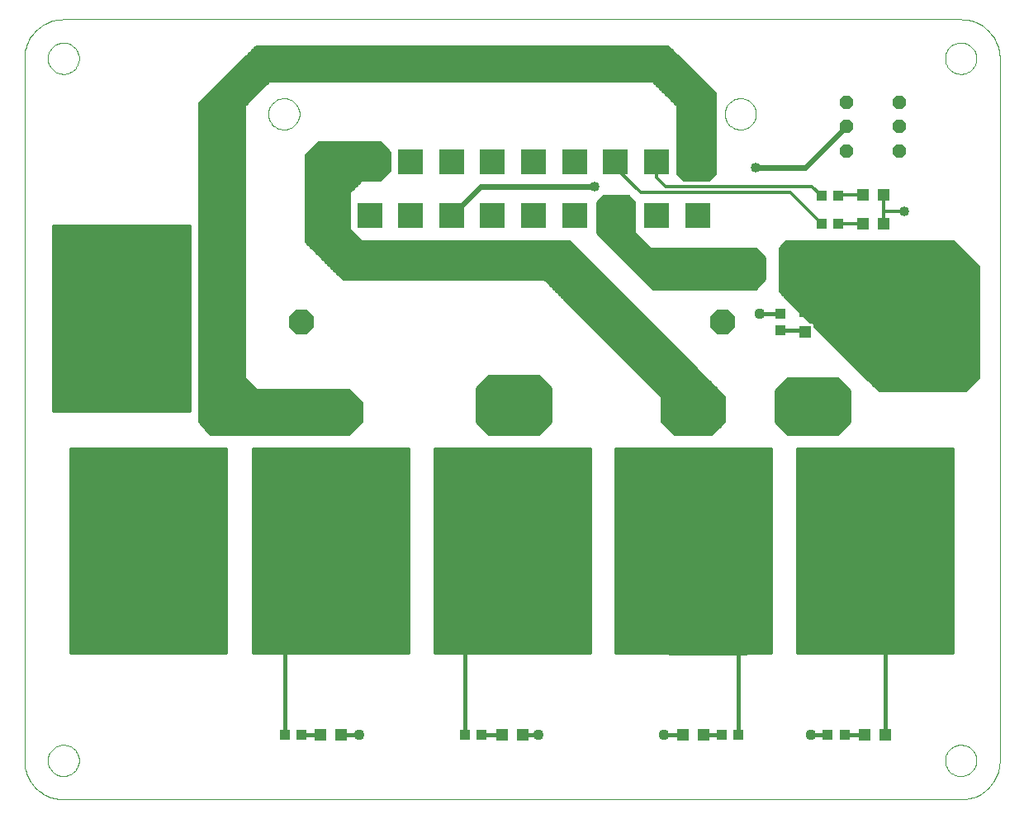
<source format=gtl>
G75*
G70*
%OFA0B0*%
%FSLAX24Y24*%
%IPPOS*%
%LPD*%
%AMOC8*
5,1,8,0,0,1.08239X$1,22.5*
%
%ADD10OC8,0.1000*%
%ADD11R,0.0472X0.0472*%
%ADD12R,0.0394X0.0433*%
%ADD13R,0.0433X0.0394*%
%ADD14R,0.1240X0.0669*%
%ADD15R,0.0669X0.1240*%
%ADD16C,0.3150*%
%ADD17C,0.0000*%
%ADD18R,0.1004X0.1004*%
%ADD19OC8,0.0555*%
%ADD20C,0.0436*%
%ADD21C,0.0400*%
%ADD22C,0.0120*%
%ADD23C,0.0160*%
%ADD24C,0.0100*%
%ADD25C,0.0560*%
%ADD26C,0.0240*%
D10*
X015579Y024099D03*
X032579Y024099D03*
D11*
X035894Y024512D03*
X035894Y023686D03*
X038233Y028036D03*
X039060Y028036D03*
X039060Y029217D03*
X038233Y029217D03*
X038312Y007426D03*
X039138Y007426D03*
X031816Y007426D03*
X030989Y007426D03*
X024493Y007426D03*
X023666Y007426D03*
X017170Y007426D03*
X016343Y007426D03*
D12*
X015591Y007426D03*
X014922Y007426D03*
X022170Y007426D03*
X022839Y007426D03*
X032552Y007426D03*
X033221Y007426D03*
X036826Y007426D03*
X037496Y007426D03*
X037229Y028058D03*
X036560Y028058D03*
X036560Y029183D03*
X037229Y029183D03*
D13*
X034894Y024434D03*
X034894Y023764D03*
D14*
X036257Y020406D03*
X036257Y018343D03*
X031402Y018343D03*
X031402Y020406D03*
X024079Y020406D03*
X024079Y018343D03*
X016757Y018343D03*
X016757Y020406D03*
D15*
X033363Y026308D03*
X035426Y026308D03*
D16*
X040089Y024099D03*
X038725Y013863D03*
X031402Y013863D03*
X024079Y013863D03*
X016757Y013863D03*
X009434Y013863D03*
X008070Y024099D03*
D17*
X005969Y004808D02*
X042190Y004808D01*
X042190Y004807D02*
X042267Y004809D01*
X042344Y004815D01*
X042421Y004824D01*
X042497Y004837D01*
X042573Y004854D01*
X042647Y004875D01*
X042721Y004899D01*
X042793Y004927D01*
X042863Y004958D01*
X042932Y004993D01*
X043000Y005031D01*
X043065Y005072D01*
X043128Y005117D01*
X043189Y005165D01*
X043248Y005215D01*
X043304Y005268D01*
X043357Y005324D01*
X043407Y005383D01*
X043455Y005444D01*
X043500Y005507D01*
X043541Y005572D01*
X043579Y005640D01*
X043614Y005709D01*
X043645Y005779D01*
X043673Y005851D01*
X043697Y005925D01*
X043718Y005999D01*
X043735Y006075D01*
X043748Y006151D01*
X043757Y006228D01*
X043763Y006305D01*
X043765Y006382D01*
X043764Y006382D02*
X043764Y034729D01*
X043765Y034729D02*
X043763Y034806D01*
X043757Y034883D01*
X043748Y034960D01*
X043735Y035036D01*
X043718Y035112D01*
X043697Y035186D01*
X043673Y035260D01*
X043645Y035332D01*
X043614Y035402D01*
X043579Y035471D01*
X043541Y035539D01*
X043500Y035604D01*
X043455Y035667D01*
X043407Y035728D01*
X043357Y035787D01*
X043304Y035843D01*
X043248Y035896D01*
X043189Y035946D01*
X043128Y035994D01*
X043065Y036039D01*
X043000Y036080D01*
X042932Y036118D01*
X042863Y036153D01*
X042793Y036184D01*
X042721Y036212D01*
X042647Y036236D01*
X042573Y036257D01*
X042497Y036274D01*
X042421Y036287D01*
X042344Y036296D01*
X042267Y036302D01*
X042190Y036304D01*
X005969Y036304D01*
X005892Y036302D01*
X005815Y036296D01*
X005738Y036287D01*
X005662Y036274D01*
X005586Y036257D01*
X005512Y036236D01*
X005438Y036212D01*
X005366Y036184D01*
X005296Y036153D01*
X005227Y036118D01*
X005159Y036080D01*
X005094Y036039D01*
X005031Y035994D01*
X004970Y035946D01*
X004911Y035896D01*
X004855Y035843D01*
X004802Y035787D01*
X004752Y035728D01*
X004704Y035667D01*
X004659Y035604D01*
X004618Y035539D01*
X004580Y035471D01*
X004545Y035402D01*
X004514Y035332D01*
X004486Y035260D01*
X004462Y035186D01*
X004441Y035112D01*
X004424Y035036D01*
X004411Y034960D01*
X004402Y034883D01*
X004396Y034806D01*
X004394Y034729D01*
X004394Y006382D01*
X004396Y006305D01*
X004402Y006228D01*
X004411Y006151D01*
X004424Y006075D01*
X004441Y005999D01*
X004462Y005925D01*
X004486Y005851D01*
X004514Y005779D01*
X004545Y005709D01*
X004580Y005640D01*
X004618Y005572D01*
X004659Y005507D01*
X004704Y005444D01*
X004752Y005383D01*
X004802Y005324D01*
X004855Y005268D01*
X004911Y005215D01*
X004970Y005165D01*
X005031Y005117D01*
X005094Y005072D01*
X005159Y005031D01*
X005227Y004993D01*
X005296Y004958D01*
X005366Y004927D01*
X005438Y004899D01*
X005512Y004875D01*
X005586Y004854D01*
X005662Y004837D01*
X005738Y004824D01*
X005815Y004815D01*
X005892Y004809D01*
X005969Y004807D01*
X005339Y006382D02*
X005341Y006432D01*
X005347Y006482D01*
X005357Y006531D01*
X005371Y006579D01*
X005388Y006626D01*
X005409Y006671D01*
X005434Y006715D01*
X005462Y006756D01*
X005494Y006795D01*
X005528Y006832D01*
X005565Y006866D01*
X005605Y006896D01*
X005647Y006923D01*
X005691Y006947D01*
X005737Y006968D01*
X005784Y006984D01*
X005832Y006997D01*
X005882Y007006D01*
X005931Y007011D01*
X005982Y007012D01*
X006032Y007009D01*
X006081Y007002D01*
X006130Y006991D01*
X006178Y006976D01*
X006224Y006958D01*
X006269Y006936D01*
X006312Y006910D01*
X006353Y006881D01*
X006392Y006849D01*
X006428Y006814D01*
X006460Y006776D01*
X006490Y006736D01*
X006517Y006693D01*
X006540Y006649D01*
X006559Y006603D01*
X006575Y006555D01*
X006587Y006506D01*
X006595Y006457D01*
X006599Y006407D01*
X006599Y006357D01*
X006595Y006307D01*
X006587Y006258D01*
X006575Y006209D01*
X006559Y006161D01*
X006540Y006115D01*
X006517Y006071D01*
X006490Y006028D01*
X006460Y005988D01*
X006428Y005950D01*
X006392Y005915D01*
X006353Y005883D01*
X006312Y005854D01*
X006269Y005828D01*
X006224Y005806D01*
X006178Y005788D01*
X006130Y005773D01*
X006081Y005762D01*
X006032Y005755D01*
X005982Y005752D01*
X005931Y005753D01*
X005882Y005758D01*
X005832Y005767D01*
X005784Y005780D01*
X005737Y005796D01*
X005691Y005817D01*
X005647Y005841D01*
X005605Y005868D01*
X005565Y005898D01*
X005528Y005932D01*
X005494Y005969D01*
X005462Y006008D01*
X005434Y006049D01*
X005409Y006093D01*
X005388Y006138D01*
X005371Y006185D01*
X005357Y006233D01*
X005347Y006282D01*
X005341Y006332D01*
X005339Y006382D01*
X014237Y032485D02*
X014239Y032535D01*
X014245Y032585D01*
X014255Y032634D01*
X014269Y032682D01*
X014286Y032729D01*
X014307Y032774D01*
X014332Y032818D01*
X014360Y032859D01*
X014392Y032898D01*
X014426Y032935D01*
X014463Y032969D01*
X014503Y032999D01*
X014545Y033026D01*
X014589Y033050D01*
X014635Y033071D01*
X014682Y033087D01*
X014730Y033100D01*
X014780Y033109D01*
X014829Y033114D01*
X014880Y033115D01*
X014930Y033112D01*
X014979Y033105D01*
X015028Y033094D01*
X015076Y033079D01*
X015122Y033061D01*
X015167Y033039D01*
X015210Y033013D01*
X015251Y032984D01*
X015290Y032952D01*
X015326Y032917D01*
X015358Y032879D01*
X015388Y032839D01*
X015415Y032796D01*
X015438Y032752D01*
X015457Y032706D01*
X015473Y032658D01*
X015485Y032609D01*
X015493Y032560D01*
X015497Y032510D01*
X015497Y032460D01*
X015493Y032410D01*
X015485Y032361D01*
X015473Y032312D01*
X015457Y032264D01*
X015438Y032218D01*
X015415Y032174D01*
X015388Y032131D01*
X015358Y032091D01*
X015326Y032053D01*
X015290Y032018D01*
X015251Y031986D01*
X015210Y031957D01*
X015167Y031931D01*
X015122Y031909D01*
X015076Y031891D01*
X015028Y031876D01*
X014979Y031865D01*
X014930Y031858D01*
X014880Y031855D01*
X014829Y031856D01*
X014780Y031861D01*
X014730Y031870D01*
X014682Y031883D01*
X014635Y031899D01*
X014589Y031920D01*
X014545Y031944D01*
X014503Y031971D01*
X014463Y032001D01*
X014426Y032035D01*
X014392Y032072D01*
X014360Y032111D01*
X014332Y032152D01*
X014307Y032196D01*
X014286Y032241D01*
X014269Y032288D01*
X014255Y032336D01*
X014245Y032385D01*
X014239Y032435D01*
X014237Y032485D01*
X005339Y034729D02*
X005341Y034779D01*
X005347Y034829D01*
X005357Y034878D01*
X005371Y034926D01*
X005388Y034973D01*
X005409Y035018D01*
X005434Y035062D01*
X005462Y035103D01*
X005494Y035142D01*
X005528Y035179D01*
X005565Y035213D01*
X005605Y035243D01*
X005647Y035270D01*
X005691Y035294D01*
X005737Y035315D01*
X005784Y035331D01*
X005832Y035344D01*
X005882Y035353D01*
X005931Y035358D01*
X005982Y035359D01*
X006032Y035356D01*
X006081Y035349D01*
X006130Y035338D01*
X006178Y035323D01*
X006224Y035305D01*
X006269Y035283D01*
X006312Y035257D01*
X006353Y035228D01*
X006392Y035196D01*
X006428Y035161D01*
X006460Y035123D01*
X006490Y035083D01*
X006517Y035040D01*
X006540Y034996D01*
X006559Y034950D01*
X006575Y034902D01*
X006587Y034853D01*
X006595Y034804D01*
X006599Y034754D01*
X006599Y034704D01*
X006595Y034654D01*
X006587Y034605D01*
X006575Y034556D01*
X006559Y034508D01*
X006540Y034462D01*
X006517Y034418D01*
X006490Y034375D01*
X006460Y034335D01*
X006428Y034297D01*
X006392Y034262D01*
X006353Y034230D01*
X006312Y034201D01*
X006269Y034175D01*
X006224Y034153D01*
X006178Y034135D01*
X006130Y034120D01*
X006081Y034109D01*
X006032Y034102D01*
X005982Y034099D01*
X005931Y034100D01*
X005882Y034105D01*
X005832Y034114D01*
X005784Y034127D01*
X005737Y034143D01*
X005691Y034164D01*
X005647Y034188D01*
X005605Y034215D01*
X005565Y034245D01*
X005528Y034279D01*
X005494Y034316D01*
X005462Y034355D01*
X005434Y034396D01*
X005409Y034440D01*
X005388Y034485D01*
X005371Y034532D01*
X005357Y034580D01*
X005347Y034629D01*
X005341Y034679D01*
X005339Y034729D01*
X032662Y032485D02*
X032664Y032535D01*
X032670Y032585D01*
X032680Y032634D01*
X032694Y032682D01*
X032711Y032729D01*
X032732Y032774D01*
X032757Y032818D01*
X032785Y032859D01*
X032817Y032898D01*
X032851Y032935D01*
X032888Y032969D01*
X032928Y032999D01*
X032970Y033026D01*
X033014Y033050D01*
X033060Y033071D01*
X033107Y033087D01*
X033155Y033100D01*
X033205Y033109D01*
X033254Y033114D01*
X033305Y033115D01*
X033355Y033112D01*
X033404Y033105D01*
X033453Y033094D01*
X033501Y033079D01*
X033547Y033061D01*
X033592Y033039D01*
X033635Y033013D01*
X033676Y032984D01*
X033715Y032952D01*
X033751Y032917D01*
X033783Y032879D01*
X033813Y032839D01*
X033840Y032796D01*
X033863Y032752D01*
X033882Y032706D01*
X033898Y032658D01*
X033910Y032609D01*
X033918Y032560D01*
X033922Y032510D01*
X033922Y032460D01*
X033918Y032410D01*
X033910Y032361D01*
X033898Y032312D01*
X033882Y032264D01*
X033863Y032218D01*
X033840Y032174D01*
X033813Y032131D01*
X033783Y032091D01*
X033751Y032053D01*
X033715Y032018D01*
X033676Y031986D01*
X033635Y031957D01*
X033592Y031931D01*
X033547Y031909D01*
X033501Y031891D01*
X033453Y031876D01*
X033404Y031865D01*
X033355Y031858D01*
X033305Y031855D01*
X033254Y031856D01*
X033205Y031861D01*
X033155Y031870D01*
X033107Y031883D01*
X033060Y031899D01*
X033014Y031920D01*
X032970Y031944D01*
X032928Y031971D01*
X032888Y032001D01*
X032851Y032035D01*
X032817Y032072D01*
X032785Y032111D01*
X032757Y032152D01*
X032732Y032196D01*
X032711Y032241D01*
X032694Y032288D01*
X032680Y032336D01*
X032670Y032385D01*
X032664Y032435D01*
X032662Y032485D01*
X041560Y034729D02*
X041562Y034779D01*
X041568Y034829D01*
X041578Y034878D01*
X041592Y034926D01*
X041609Y034973D01*
X041630Y035018D01*
X041655Y035062D01*
X041683Y035103D01*
X041715Y035142D01*
X041749Y035179D01*
X041786Y035213D01*
X041826Y035243D01*
X041868Y035270D01*
X041912Y035294D01*
X041958Y035315D01*
X042005Y035331D01*
X042053Y035344D01*
X042103Y035353D01*
X042152Y035358D01*
X042203Y035359D01*
X042253Y035356D01*
X042302Y035349D01*
X042351Y035338D01*
X042399Y035323D01*
X042445Y035305D01*
X042490Y035283D01*
X042533Y035257D01*
X042574Y035228D01*
X042613Y035196D01*
X042649Y035161D01*
X042681Y035123D01*
X042711Y035083D01*
X042738Y035040D01*
X042761Y034996D01*
X042780Y034950D01*
X042796Y034902D01*
X042808Y034853D01*
X042816Y034804D01*
X042820Y034754D01*
X042820Y034704D01*
X042816Y034654D01*
X042808Y034605D01*
X042796Y034556D01*
X042780Y034508D01*
X042761Y034462D01*
X042738Y034418D01*
X042711Y034375D01*
X042681Y034335D01*
X042649Y034297D01*
X042613Y034262D01*
X042574Y034230D01*
X042533Y034201D01*
X042490Y034175D01*
X042445Y034153D01*
X042399Y034135D01*
X042351Y034120D01*
X042302Y034109D01*
X042253Y034102D01*
X042203Y034099D01*
X042152Y034100D01*
X042103Y034105D01*
X042053Y034114D01*
X042005Y034127D01*
X041958Y034143D01*
X041912Y034164D01*
X041868Y034188D01*
X041826Y034215D01*
X041786Y034245D01*
X041749Y034279D01*
X041715Y034316D01*
X041683Y034355D01*
X041655Y034396D01*
X041630Y034440D01*
X041609Y034485D01*
X041592Y034532D01*
X041578Y034580D01*
X041568Y034629D01*
X041562Y034679D01*
X041560Y034729D01*
X041560Y006382D02*
X041562Y006432D01*
X041568Y006482D01*
X041578Y006531D01*
X041592Y006579D01*
X041609Y006626D01*
X041630Y006671D01*
X041655Y006715D01*
X041683Y006756D01*
X041715Y006795D01*
X041749Y006832D01*
X041786Y006866D01*
X041826Y006896D01*
X041868Y006923D01*
X041912Y006947D01*
X041958Y006968D01*
X042005Y006984D01*
X042053Y006997D01*
X042103Y007006D01*
X042152Y007011D01*
X042203Y007012D01*
X042253Y007009D01*
X042302Y007002D01*
X042351Y006991D01*
X042399Y006976D01*
X042445Y006958D01*
X042490Y006936D01*
X042533Y006910D01*
X042574Y006881D01*
X042613Y006849D01*
X042649Y006814D01*
X042681Y006776D01*
X042711Y006736D01*
X042738Y006693D01*
X042761Y006649D01*
X042780Y006603D01*
X042796Y006555D01*
X042808Y006506D01*
X042816Y006457D01*
X042820Y006407D01*
X042820Y006357D01*
X042816Y006307D01*
X042808Y006258D01*
X042796Y006209D01*
X042780Y006161D01*
X042761Y006115D01*
X042738Y006071D01*
X042711Y006028D01*
X042681Y005988D01*
X042649Y005950D01*
X042613Y005915D01*
X042574Y005883D01*
X042533Y005854D01*
X042490Y005828D01*
X042445Y005806D01*
X042399Y005788D01*
X042351Y005773D01*
X042302Y005762D01*
X042253Y005755D01*
X042203Y005752D01*
X042152Y005753D01*
X042103Y005758D01*
X042053Y005767D01*
X042005Y005780D01*
X041958Y005796D01*
X041912Y005817D01*
X041868Y005841D01*
X041826Y005868D01*
X041786Y005898D01*
X041749Y005932D01*
X041715Y005969D01*
X041683Y006008D01*
X041655Y006049D01*
X041630Y006093D01*
X041609Y006138D01*
X041592Y006185D01*
X041578Y006233D01*
X041568Y006282D01*
X041562Y006332D01*
X041560Y006382D01*
D18*
X031560Y028378D03*
X029906Y028378D03*
X028253Y028378D03*
X026599Y028378D03*
X024946Y028378D03*
X023292Y028378D03*
X021638Y028378D03*
X019985Y028378D03*
X018331Y028378D03*
X016678Y028378D03*
X016678Y030544D03*
X018331Y030544D03*
X019985Y030544D03*
X021638Y030544D03*
X023292Y030544D03*
X024946Y030544D03*
X026599Y030544D03*
X028253Y030544D03*
X029906Y030544D03*
X031560Y030544D03*
D19*
X037583Y030989D03*
X037583Y031973D03*
X037583Y032957D03*
X039709Y032957D03*
X039709Y031973D03*
X039709Y030989D03*
D20*
X034091Y024426D03*
X036144Y007426D03*
X030225Y007426D03*
X025144Y007426D03*
X017894Y007426D03*
D21*
X039894Y028558D03*
X033894Y030308D03*
X027394Y029558D03*
D22*
X028253Y030315D02*
X029264Y029304D01*
X035314Y029304D01*
X036560Y028058D01*
X037229Y028058D02*
X037251Y028036D01*
X038233Y028036D01*
X039060Y028036D02*
X039060Y028558D01*
X039894Y028558D01*
X039060Y028558D02*
X039060Y029217D01*
X038233Y029217D02*
X037263Y029217D01*
X037229Y029183D01*
X036560Y029183D02*
X036189Y029554D01*
X030264Y029554D01*
X029906Y029912D01*
X029906Y030544D01*
X030764Y030531D02*
X032264Y030531D01*
X032264Y030413D02*
X030764Y030413D01*
X030764Y030294D02*
X032264Y030294D01*
X032264Y030176D02*
X030764Y030176D01*
X030764Y030057D02*
X032264Y030057D01*
X032264Y030054D02*
X032014Y029804D01*
X031014Y029804D01*
X030764Y030054D01*
X030764Y032804D01*
X029764Y033804D01*
X014264Y033804D01*
X013264Y032804D01*
X013264Y021804D01*
X013769Y021308D01*
X013898Y021304D01*
X017509Y021304D01*
X018009Y020804D01*
X018009Y020054D01*
X017509Y019554D01*
X011894Y019558D01*
X011477Y020054D01*
X011477Y032910D01*
X013764Y035197D01*
X030371Y035197D01*
X032264Y033304D01*
X032264Y030054D01*
X032150Y029939D02*
X030879Y029939D01*
X030998Y029820D02*
X032031Y029820D01*
X032264Y030650D02*
X030764Y030650D01*
X030764Y030769D02*
X032264Y030769D01*
X032264Y030887D02*
X030764Y030887D01*
X030764Y031006D02*
X032264Y031006D01*
X032264Y031124D02*
X030764Y031124D01*
X030764Y031243D02*
X032264Y031243D01*
X032264Y031361D02*
X030764Y031361D01*
X030764Y031480D02*
X032264Y031480D01*
X032264Y031598D02*
X030764Y031598D01*
X030764Y031717D02*
X032264Y031717D01*
X032264Y031835D02*
X030764Y031835D01*
X030764Y031954D02*
X032264Y031954D01*
X032264Y032073D02*
X030764Y032073D01*
X030764Y032191D02*
X032264Y032191D01*
X032264Y032310D02*
X030764Y032310D01*
X030764Y032428D02*
X032264Y032428D01*
X032264Y032547D02*
X030764Y032547D01*
X030764Y032665D02*
X032264Y032665D01*
X032264Y032784D02*
X030764Y032784D01*
X030666Y032902D02*
X032264Y032902D01*
X032264Y033021D02*
X030547Y033021D01*
X030429Y033139D02*
X032264Y033139D01*
X032264Y033258D02*
X030310Y033258D01*
X030192Y033376D02*
X032192Y033376D01*
X032073Y033495D02*
X030073Y033495D01*
X029954Y033614D02*
X031954Y033614D01*
X031836Y033732D02*
X029836Y033732D01*
X030888Y034680D02*
X013248Y034680D01*
X013129Y034562D02*
X031006Y034562D01*
X031125Y034443D02*
X013010Y034443D01*
X012892Y034325D02*
X031243Y034325D01*
X031362Y034206D02*
X012773Y034206D01*
X012655Y034088D02*
X031480Y034088D01*
X031599Y033969D02*
X012536Y033969D01*
X012418Y033851D02*
X031717Y033851D01*
X030769Y034799D02*
X013366Y034799D01*
X013485Y034918D02*
X030650Y034918D01*
X030532Y035036D02*
X013603Y035036D01*
X013722Y035155D02*
X030413Y035155D01*
X028253Y030544D02*
X028253Y030315D01*
X026394Y027308D02*
X025894Y027308D01*
X018014Y027304D01*
X017514Y027804D01*
X017514Y029304D01*
X018014Y029804D01*
X018764Y029804D01*
X019139Y030179D01*
X019139Y030929D01*
X018764Y031304D01*
X016264Y031304D01*
X015764Y030804D01*
X015764Y027304D01*
X017264Y025804D01*
X024894Y025808D01*
X025394Y025808D01*
X030158Y021044D01*
X030158Y020058D01*
X030658Y019558D01*
X032158Y019558D01*
X032658Y020058D01*
X032658Y021044D01*
X026394Y027308D01*
X026490Y027212D02*
X015856Y027212D01*
X015764Y027331D02*
X017987Y027331D01*
X017869Y027449D02*
X015764Y027449D01*
X015764Y027568D02*
X017750Y027568D01*
X017632Y027686D02*
X015764Y027686D01*
X015764Y027805D02*
X017514Y027805D01*
X017514Y027924D02*
X015764Y027924D01*
X015764Y028042D02*
X017514Y028042D01*
X017514Y028161D02*
X015764Y028161D01*
X015764Y028279D02*
X017514Y028279D01*
X017514Y028398D02*
X015764Y028398D01*
X015764Y028516D02*
X017514Y028516D01*
X017514Y028635D02*
X015764Y028635D01*
X015764Y028753D02*
X017514Y028753D01*
X017514Y028872D02*
X015764Y028872D01*
X015764Y028990D02*
X017514Y028990D01*
X017514Y029109D02*
X015764Y029109D01*
X015764Y029227D02*
X017514Y029227D01*
X017557Y029346D02*
X015764Y029346D01*
X015764Y029465D02*
X017675Y029465D01*
X017794Y029583D02*
X015764Y029583D01*
X015764Y029702D02*
X017912Y029702D01*
X018781Y029820D02*
X015764Y029820D01*
X015764Y029939D02*
X018900Y029939D01*
X019018Y030057D02*
X015764Y030057D01*
X015764Y030176D02*
X019137Y030176D01*
X019139Y030294D02*
X015764Y030294D01*
X015764Y030413D02*
X019139Y030413D01*
X019139Y030531D02*
X015764Y030531D01*
X015764Y030650D02*
X019139Y030650D01*
X019139Y030769D02*
X015764Y030769D01*
X015848Y030887D02*
X019139Y030887D01*
X019062Y031006D02*
X015966Y031006D01*
X016085Y031124D02*
X018944Y031124D01*
X018825Y031243D02*
X016204Y031243D01*
X013837Y033376D02*
X011944Y033376D01*
X011825Y033258D02*
X013719Y033258D01*
X013600Y033139D02*
X011706Y033139D01*
X011588Y033021D02*
X013482Y033021D01*
X013363Y032902D02*
X011477Y032902D01*
X011477Y032784D02*
X013264Y032784D01*
X013264Y032665D02*
X011477Y032665D01*
X011477Y032547D02*
X013264Y032547D01*
X013264Y032428D02*
X011477Y032428D01*
X011477Y032310D02*
X013264Y032310D01*
X013264Y032191D02*
X011477Y032191D01*
X011477Y032073D02*
X013264Y032073D01*
X013264Y031954D02*
X011477Y031954D01*
X011477Y031835D02*
X013264Y031835D01*
X013264Y031717D02*
X011477Y031717D01*
X011477Y031598D02*
X013264Y031598D01*
X013264Y031480D02*
X011477Y031480D01*
X011477Y031361D02*
X013264Y031361D01*
X013264Y031243D02*
X011477Y031243D01*
X011477Y031124D02*
X013264Y031124D01*
X013264Y031006D02*
X011477Y031006D01*
X011477Y030887D02*
X013264Y030887D01*
X013264Y030769D02*
X011477Y030769D01*
X011477Y030650D02*
X013264Y030650D01*
X013264Y030531D02*
X011477Y030531D01*
X011477Y030413D02*
X013264Y030413D01*
X013264Y030294D02*
X011477Y030294D01*
X011477Y030176D02*
X013264Y030176D01*
X013264Y030057D02*
X011477Y030057D01*
X011477Y029939D02*
X013264Y029939D01*
X013264Y029820D02*
X011477Y029820D01*
X011477Y029702D02*
X013264Y029702D01*
X013264Y029583D02*
X011477Y029583D01*
X011477Y029465D02*
X013264Y029465D01*
X013264Y029346D02*
X011477Y029346D01*
X011477Y029227D02*
X013264Y029227D01*
X013264Y029109D02*
X011477Y029109D01*
X011477Y028990D02*
X013264Y028990D01*
X013264Y028872D02*
X011477Y028872D01*
X011477Y028753D02*
X013264Y028753D01*
X013264Y028635D02*
X011477Y028635D01*
X011477Y028516D02*
X013264Y028516D01*
X013264Y028398D02*
X011477Y028398D01*
X011477Y028279D02*
X013264Y028279D01*
X013264Y028161D02*
X011477Y028161D01*
X011477Y028042D02*
X013264Y028042D01*
X013264Y027924D02*
X011477Y027924D01*
X011477Y027805D02*
X013264Y027805D01*
X013264Y027686D02*
X011477Y027686D01*
X011477Y027568D02*
X013264Y027568D01*
X013264Y027449D02*
X011477Y027449D01*
X011477Y027331D02*
X013264Y027331D01*
X013264Y027212D02*
X011477Y027212D01*
X011477Y027094D02*
X013264Y027094D01*
X013264Y026975D02*
X011477Y026975D01*
X011477Y026857D02*
X013264Y026857D01*
X013264Y026738D02*
X011477Y026738D01*
X011477Y026620D02*
X013264Y026620D01*
X013264Y026501D02*
X011477Y026501D01*
X011477Y026382D02*
X013264Y026382D01*
X013264Y026264D02*
X011477Y026264D01*
X011477Y026145D02*
X013264Y026145D01*
X013264Y026027D02*
X011477Y026027D01*
X011477Y025908D02*
X013264Y025908D01*
X013264Y025790D02*
X011477Y025790D01*
X011477Y025671D02*
X013264Y025671D01*
X013264Y025553D02*
X011477Y025553D01*
X011477Y025434D02*
X013264Y025434D01*
X013264Y025316D02*
X011477Y025316D01*
X011477Y025197D02*
X013264Y025197D01*
X013264Y025078D02*
X011477Y025078D01*
X011477Y024960D02*
X013264Y024960D01*
X013264Y024841D02*
X011477Y024841D01*
X011477Y024723D02*
X013264Y024723D01*
X013264Y024604D02*
X011477Y024604D01*
X011477Y024486D02*
X013264Y024486D01*
X013264Y024367D02*
X011477Y024367D01*
X011477Y024249D02*
X013264Y024249D01*
X013264Y024130D02*
X011477Y024130D01*
X011477Y024012D02*
X013264Y024012D01*
X013264Y023893D02*
X011477Y023893D01*
X011477Y023774D02*
X013264Y023774D01*
X013264Y023656D02*
X011477Y023656D01*
X011477Y023537D02*
X013264Y023537D01*
X013264Y023419D02*
X011477Y023419D01*
X011477Y023300D02*
X013264Y023300D01*
X013264Y023182D02*
X011477Y023182D01*
X011477Y023063D02*
X013264Y023063D01*
X013264Y022945D02*
X011477Y022945D01*
X011477Y022826D02*
X013264Y022826D01*
X013264Y022708D02*
X011477Y022708D01*
X011477Y022589D02*
X013264Y022589D01*
X013264Y022471D02*
X011477Y022471D01*
X011477Y022352D02*
X013264Y022352D01*
X013264Y022233D02*
X011477Y022233D01*
X011477Y022115D02*
X013264Y022115D01*
X013264Y021996D02*
X011477Y021996D01*
X011477Y021878D02*
X013264Y021878D01*
X013310Y021759D02*
X011477Y021759D01*
X011477Y021641D02*
X013430Y021641D01*
X013551Y021522D02*
X011477Y021522D01*
X011477Y021404D02*
X013672Y021404D01*
X011477Y021285D02*
X017527Y021285D01*
X017646Y021167D02*
X011477Y021167D01*
X011477Y021048D02*
X017764Y021048D01*
X017883Y020929D02*
X011477Y020929D01*
X011477Y020811D02*
X018001Y020811D01*
X018009Y020692D02*
X011477Y020692D01*
X011477Y020574D02*
X018009Y020574D01*
X018009Y020455D02*
X011477Y020455D01*
X011477Y020337D02*
X018009Y020337D01*
X018009Y020218D02*
X011477Y020218D01*
X011477Y020100D02*
X018009Y020100D01*
X017936Y019981D02*
X011538Y019981D01*
X011638Y019863D02*
X017817Y019863D01*
X017699Y019744D02*
X011737Y019744D01*
X011837Y019625D02*
X017580Y019625D01*
X017160Y025908D02*
X027794Y025908D01*
X027912Y025790D02*
X025412Y025790D01*
X025531Y025671D02*
X028031Y025671D01*
X028149Y025553D02*
X025649Y025553D01*
X025768Y025434D02*
X028268Y025434D01*
X028386Y025316D02*
X025886Y025316D01*
X026005Y025197D02*
X028505Y025197D01*
X028623Y025078D02*
X026123Y025078D01*
X026242Y024960D02*
X028742Y024960D01*
X028861Y024841D02*
X026361Y024841D01*
X026479Y024723D02*
X028979Y024723D01*
X029098Y024604D02*
X026598Y024604D01*
X026716Y024486D02*
X029216Y024486D01*
X029335Y024367D02*
X026835Y024367D01*
X026953Y024249D02*
X029453Y024249D01*
X029572Y024130D02*
X027072Y024130D01*
X027190Y024012D02*
X029690Y024012D01*
X029809Y023893D02*
X027309Y023893D01*
X027427Y023774D02*
X029927Y023774D01*
X030046Y023656D02*
X027546Y023656D01*
X027664Y023537D02*
X030164Y023537D01*
X030283Y023419D02*
X027783Y023419D01*
X027902Y023300D02*
X030402Y023300D01*
X030520Y023182D02*
X028020Y023182D01*
X028139Y023063D02*
X030639Y023063D01*
X030757Y022945D02*
X028257Y022945D01*
X028376Y022826D02*
X030876Y022826D01*
X030994Y022708D02*
X028494Y022708D01*
X028613Y022589D02*
X031113Y022589D01*
X031231Y022471D02*
X028731Y022471D01*
X028850Y022352D02*
X031350Y022352D01*
X031468Y022233D02*
X028968Y022233D01*
X029087Y022115D02*
X031587Y022115D01*
X031706Y021996D02*
X029206Y021996D01*
X029324Y021878D02*
X031824Y021878D01*
X031943Y021759D02*
X029443Y021759D01*
X029561Y021641D02*
X032061Y021641D01*
X032180Y021522D02*
X029680Y021522D01*
X029798Y021404D02*
X032298Y021404D01*
X032417Y021285D02*
X029917Y021285D01*
X030035Y021167D02*
X032535Y021167D01*
X032654Y021048D02*
X030154Y021048D01*
X030158Y020929D02*
X032658Y020929D01*
X032658Y020811D02*
X030158Y020811D01*
X030158Y020692D02*
X032658Y020692D01*
X032658Y020574D02*
X030158Y020574D01*
X030158Y020455D02*
X032658Y020455D01*
X032658Y020337D02*
X030158Y020337D01*
X030158Y020218D02*
X032658Y020218D01*
X032658Y020100D02*
X030158Y020100D01*
X030235Y019981D02*
X032582Y019981D01*
X032463Y019863D02*
X030353Y019863D01*
X030472Y019744D02*
X032345Y019744D01*
X032226Y019625D02*
X030590Y019625D01*
X035716Y024486D02*
X042894Y024486D01*
X042894Y024604D02*
X035598Y024604D01*
X035479Y024723D02*
X042894Y024723D01*
X042894Y024841D02*
X035361Y024841D01*
X035242Y024960D02*
X042894Y024960D01*
X042894Y025078D02*
X035123Y025078D01*
X035005Y025197D02*
X042894Y025197D01*
X042894Y025316D02*
X034894Y025316D01*
X034894Y025308D02*
X034894Y027058D01*
X035144Y027308D01*
X041894Y027308D01*
X042894Y026308D01*
X042894Y021808D01*
X042394Y021308D01*
X038894Y021308D01*
X036311Y023891D01*
X036311Y023996D01*
X036205Y024102D01*
X036100Y024102D01*
X034894Y025308D01*
X034894Y025434D02*
X042894Y025434D01*
X042894Y025553D02*
X034894Y025553D01*
X034894Y025671D02*
X042894Y025671D01*
X042894Y025790D02*
X034894Y025790D01*
X034894Y025908D02*
X042894Y025908D01*
X042894Y026027D02*
X034894Y026027D01*
X034894Y026145D02*
X042894Y026145D01*
X042894Y026264D02*
X034894Y026264D01*
X034894Y026382D02*
X042819Y026382D01*
X042701Y026501D02*
X034894Y026501D01*
X034894Y026620D02*
X042582Y026620D01*
X042464Y026738D02*
X034894Y026738D01*
X034894Y026857D02*
X042345Y026857D01*
X042227Y026975D02*
X034894Y026975D01*
X034930Y027094D02*
X042108Y027094D01*
X041990Y027212D02*
X035049Y027212D01*
X035835Y024367D02*
X042894Y024367D01*
X042894Y024249D02*
X035953Y024249D01*
X036072Y024130D02*
X042894Y024130D01*
X042894Y024012D02*
X036295Y024012D01*
X036311Y023893D02*
X042894Y023893D01*
X042894Y023774D02*
X036427Y023774D01*
X036546Y023656D02*
X042894Y023656D01*
X042894Y023537D02*
X036664Y023537D01*
X036783Y023419D02*
X042894Y023419D01*
X042894Y023300D02*
X036902Y023300D01*
X037020Y023182D02*
X042894Y023182D01*
X042894Y023063D02*
X037139Y023063D01*
X037257Y022945D02*
X042894Y022945D01*
X042894Y022826D02*
X037376Y022826D01*
X037494Y022708D02*
X042894Y022708D01*
X042894Y022589D02*
X037613Y022589D01*
X037731Y022471D02*
X042894Y022471D01*
X042894Y022352D02*
X037850Y022352D01*
X037968Y022233D02*
X042894Y022233D01*
X042894Y022115D02*
X038087Y022115D01*
X038206Y021996D02*
X042894Y021996D01*
X042894Y021878D02*
X038324Y021878D01*
X038443Y021759D02*
X042846Y021759D01*
X042727Y021641D02*
X038561Y021641D01*
X038680Y021522D02*
X042609Y021522D01*
X042490Y021404D02*
X038798Y021404D01*
X027675Y026027D02*
X017041Y026027D01*
X016923Y026145D02*
X027557Y026145D01*
X027438Y026264D02*
X016804Y026264D01*
X016686Y026382D02*
X027319Y026382D01*
X027201Y026501D02*
X016567Y026501D01*
X016449Y026620D02*
X027082Y026620D01*
X026964Y026738D02*
X016330Y026738D01*
X016211Y026857D02*
X026845Y026857D01*
X026727Y026975D02*
X016093Y026975D01*
X015974Y027094D02*
X026608Y027094D01*
X014193Y033732D02*
X012299Y033732D01*
X012181Y033614D02*
X014074Y033614D01*
X013956Y033495D02*
X012062Y033495D01*
D23*
X034091Y024426D02*
X034099Y024434D01*
X034894Y024434D01*
X034894Y023764D02*
X035816Y023764D01*
X035894Y023686D01*
X033091Y013863D02*
X031402Y013863D01*
X033221Y012044D01*
X033221Y007426D01*
X032552Y007426D02*
X031816Y007426D01*
X030989Y007426D02*
X030225Y007426D01*
X025144Y007426D02*
X024493Y007426D01*
X024500Y007433D01*
X023666Y007426D02*
X022839Y007426D01*
X022170Y007426D02*
X022170Y011953D01*
X024079Y013863D01*
X016757Y013863D02*
X014922Y012028D01*
X014922Y007426D01*
X015591Y007426D02*
X016343Y007426D01*
X017170Y007426D02*
X017894Y007426D01*
X036144Y007426D02*
X036826Y007426D01*
X037496Y007426D02*
X038312Y007426D01*
X039138Y007426D02*
X039138Y013449D01*
X038725Y013863D01*
X038312Y013449D01*
X038725Y013863D02*
X039249Y013863D01*
D24*
X041875Y013874D02*
X035575Y013874D01*
X035575Y013972D02*
X041875Y013972D01*
X041875Y014071D02*
X035575Y014071D01*
X035575Y014169D02*
X041875Y014169D01*
X041875Y014268D02*
X035575Y014268D01*
X035575Y014366D02*
X041875Y014366D01*
X041875Y014465D02*
X035575Y014465D01*
X035575Y014563D02*
X041875Y014563D01*
X041875Y014662D02*
X035575Y014662D01*
X035575Y014760D02*
X041875Y014760D01*
X041875Y014859D02*
X035575Y014859D01*
X035575Y014958D02*
X041875Y014958D01*
X041875Y015056D02*
X035575Y015056D01*
X035575Y015155D02*
X041875Y015155D01*
X041875Y015253D02*
X035575Y015253D01*
X035575Y015352D02*
X041875Y015352D01*
X041875Y015450D02*
X035575Y015450D01*
X035575Y015549D02*
X041875Y015549D01*
X041875Y015647D02*
X035575Y015647D01*
X035575Y015746D02*
X041875Y015746D01*
X041875Y015844D02*
X035575Y015844D01*
X035575Y015943D02*
X041875Y015943D01*
X041875Y016041D02*
X035575Y016041D01*
X035575Y016140D02*
X041875Y016140D01*
X041875Y016239D02*
X035575Y016239D01*
X035575Y016337D02*
X041875Y016337D01*
X041875Y016436D02*
X035575Y016436D01*
X035575Y016534D02*
X041875Y016534D01*
X041875Y016633D02*
X035575Y016633D01*
X035575Y016731D02*
X041875Y016731D01*
X041875Y016830D02*
X035575Y016830D01*
X035575Y016928D02*
X041875Y016928D01*
X041875Y017027D02*
X035575Y017027D01*
X035575Y017125D02*
X041875Y017125D01*
X041875Y017224D02*
X035575Y017224D01*
X035575Y017323D02*
X041875Y017323D01*
X041875Y017421D02*
X035575Y017421D01*
X035575Y017520D02*
X041875Y017520D01*
X041875Y017618D02*
X035575Y017618D01*
X035575Y017717D02*
X041875Y017717D01*
X041875Y017815D02*
X035575Y017815D01*
X035575Y017914D02*
X041875Y017914D01*
X041875Y018012D02*
X035575Y018012D01*
X035575Y018111D02*
X041875Y018111D01*
X041875Y018209D02*
X035575Y018209D01*
X035575Y018308D02*
X041875Y018308D01*
X041875Y018407D02*
X035575Y018407D01*
X035575Y018505D02*
X041875Y018505D01*
X041875Y018604D02*
X035575Y018604D01*
X035575Y018702D02*
X041875Y018702D01*
X041875Y018801D02*
X035575Y018801D01*
X035575Y018899D02*
X041875Y018899D01*
X041875Y018981D02*
X041875Y010713D01*
X035575Y010713D01*
X035575Y018981D01*
X041875Y018981D01*
X037695Y020054D02*
X037195Y019554D01*
X035195Y019554D01*
X034695Y020054D01*
X034695Y021304D01*
X035195Y021804D01*
X037195Y021804D01*
X037695Y021304D01*
X037695Y020054D01*
X037695Y020082D02*
X034695Y020082D01*
X034695Y020180D02*
X037695Y020180D01*
X037695Y020279D02*
X034695Y020279D01*
X034695Y020377D02*
X037695Y020377D01*
X037695Y020476D02*
X034695Y020476D01*
X034695Y020574D02*
X037695Y020574D01*
X037695Y020673D02*
X034695Y020673D01*
X034695Y020772D02*
X037695Y020772D01*
X037695Y020870D02*
X034695Y020870D01*
X034695Y020969D02*
X037695Y020969D01*
X037695Y021067D02*
X034695Y021067D01*
X034695Y021166D02*
X037695Y021166D01*
X037695Y021264D02*
X034695Y021264D01*
X034754Y021363D02*
X037635Y021363D01*
X037537Y021461D02*
X034852Y021461D01*
X034951Y021560D02*
X037438Y021560D01*
X037340Y021658D02*
X035049Y021658D01*
X035148Y021757D02*
X037241Y021757D01*
X037624Y019983D02*
X034765Y019983D01*
X034863Y019885D02*
X037526Y019885D01*
X037427Y019786D02*
X034962Y019786D01*
X035061Y019688D02*
X037329Y019688D01*
X037230Y019589D02*
X035159Y019589D01*
X034552Y018981D02*
X034552Y010713D01*
X032591Y010686D01*
X028253Y010713D01*
X028253Y018981D01*
X034552Y018981D01*
X034552Y018899D02*
X028253Y018899D01*
X028253Y018801D02*
X034552Y018801D01*
X034552Y018702D02*
X028253Y018702D01*
X028253Y018604D02*
X034552Y018604D01*
X034552Y018505D02*
X028253Y018505D01*
X028253Y018407D02*
X034552Y018407D01*
X034552Y018308D02*
X028253Y018308D01*
X028253Y018209D02*
X034552Y018209D01*
X034552Y018111D02*
X028253Y018111D01*
X028253Y018012D02*
X034552Y018012D01*
X034552Y017914D02*
X028253Y017914D01*
X028253Y017815D02*
X034552Y017815D01*
X034552Y017717D02*
X028253Y017717D01*
X028253Y017618D02*
X034552Y017618D01*
X034552Y017520D02*
X028253Y017520D01*
X028253Y017421D02*
X034552Y017421D01*
X034552Y017323D02*
X028253Y017323D01*
X028253Y017224D02*
X034552Y017224D01*
X034552Y017125D02*
X028253Y017125D01*
X028253Y017027D02*
X034552Y017027D01*
X034552Y016928D02*
X028253Y016928D01*
X028253Y016830D02*
X034552Y016830D01*
X034552Y016731D02*
X028253Y016731D01*
X028253Y016633D02*
X034552Y016633D01*
X034552Y016534D02*
X028253Y016534D01*
X028253Y016436D02*
X034552Y016436D01*
X034552Y016337D02*
X028253Y016337D01*
X028253Y016239D02*
X034552Y016239D01*
X034552Y016140D02*
X028253Y016140D01*
X028253Y016041D02*
X034552Y016041D01*
X034552Y015943D02*
X028253Y015943D01*
X028253Y015844D02*
X034552Y015844D01*
X034552Y015746D02*
X028253Y015746D01*
X028253Y015647D02*
X034552Y015647D01*
X034552Y015549D02*
X028253Y015549D01*
X028253Y015450D02*
X034552Y015450D01*
X034552Y015352D02*
X028253Y015352D01*
X028253Y015253D02*
X034552Y015253D01*
X034552Y015155D02*
X028253Y015155D01*
X028253Y015056D02*
X034552Y015056D01*
X034552Y014958D02*
X028253Y014958D01*
X028253Y014859D02*
X034552Y014859D01*
X034552Y014760D02*
X028253Y014760D01*
X028253Y014662D02*
X034552Y014662D01*
X034552Y014563D02*
X028253Y014563D01*
X028253Y014465D02*
X034552Y014465D01*
X034552Y014366D02*
X028253Y014366D01*
X028253Y014268D02*
X034552Y014268D01*
X034552Y014169D02*
X028253Y014169D01*
X028253Y014071D02*
X034552Y014071D01*
X034552Y013972D02*
X028253Y013972D01*
X028253Y013874D02*
X034552Y013874D01*
X034552Y013775D02*
X028253Y013775D01*
X028253Y013676D02*
X034552Y013676D01*
X034552Y013578D02*
X028253Y013578D01*
X028253Y013479D02*
X034552Y013479D01*
X034552Y013381D02*
X028253Y013381D01*
X028253Y013282D02*
X034552Y013282D01*
X034552Y013184D02*
X028253Y013184D01*
X028253Y013085D02*
X034552Y013085D01*
X034552Y012987D02*
X028253Y012987D01*
X028253Y012888D02*
X034552Y012888D01*
X034552Y012790D02*
X028253Y012790D01*
X028253Y012691D02*
X034552Y012691D01*
X034552Y012592D02*
X028253Y012592D01*
X028253Y012494D02*
X034552Y012494D01*
X034552Y012395D02*
X028253Y012395D01*
X028253Y012297D02*
X034552Y012297D01*
X034552Y012198D02*
X028253Y012198D01*
X028253Y012100D02*
X034552Y012100D01*
X034552Y012001D02*
X028253Y012001D01*
X028253Y011903D02*
X034552Y011903D01*
X034552Y011804D02*
X028253Y011804D01*
X028253Y011706D02*
X034552Y011706D01*
X034552Y011607D02*
X028253Y011607D01*
X028253Y011509D02*
X034552Y011509D01*
X034552Y011410D02*
X028253Y011410D01*
X028253Y011311D02*
X034552Y011311D01*
X034552Y011213D02*
X028253Y011213D01*
X028253Y011114D02*
X034552Y011114D01*
X034552Y011016D02*
X028253Y011016D01*
X028253Y010917D02*
X034552Y010917D01*
X034552Y010819D02*
X028253Y010819D01*
X028253Y010720D02*
X034552Y010720D01*
X035575Y010720D02*
X041875Y010720D01*
X041875Y010819D02*
X035575Y010819D01*
X035575Y010917D02*
X041875Y010917D01*
X041875Y011016D02*
X035575Y011016D01*
X035575Y011114D02*
X041875Y011114D01*
X041875Y011213D02*
X035575Y011213D01*
X035575Y011311D02*
X041875Y011311D01*
X041875Y011410D02*
X035575Y011410D01*
X035575Y011509D02*
X041875Y011509D01*
X041875Y011607D02*
X035575Y011607D01*
X035575Y011706D02*
X041875Y011706D01*
X041875Y011804D02*
X035575Y011804D01*
X035575Y011903D02*
X041875Y011903D01*
X041875Y012001D02*
X035575Y012001D01*
X035575Y012100D02*
X041875Y012100D01*
X041875Y012198D02*
X035575Y012198D01*
X035575Y012297D02*
X041875Y012297D01*
X041875Y012395D02*
X035575Y012395D01*
X035575Y012494D02*
X041875Y012494D01*
X041875Y012592D02*
X035575Y012592D01*
X035575Y012691D02*
X041875Y012691D01*
X041875Y012790D02*
X035575Y012790D01*
X035575Y012888D02*
X041875Y012888D01*
X041875Y012987D02*
X035575Y012987D01*
X035575Y013085D02*
X041875Y013085D01*
X041875Y013184D02*
X035575Y013184D01*
X035575Y013282D02*
X041875Y013282D01*
X041875Y013381D02*
X035575Y013381D01*
X035575Y013479D02*
X041875Y013479D01*
X041875Y013578D02*
X035575Y013578D01*
X035575Y013676D02*
X041875Y013676D01*
X041875Y013775D02*
X035575Y013775D01*
X027229Y013775D02*
X020930Y013775D01*
X020930Y013874D02*
X027229Y013874D01*
X027229Y013972D02*
X020930Y013972D01*
X020930Y014071D02*
X027229Y014071D01*
X027229Y014169D02*
X020930Y014169D01*
X020930Y014268D02*
X027229Y014268D01*
X027229Y014366D02*
X020930Y014366D01*
X020930Y014465D02*
X027229Y014465D01*
X027229Y014563D02*
X020930Y014563D01*
X020930Y014662D02*
X027229Y014662D01*
X027229Y014760D02*
X020930Y014760D01*
X020930Y014859D02*
X027229Y014859D01*
X027229Y014958D02*
X020930Y014958D01*
X020930Y015056D02*
X027229Y015056D01*
X027229Y015155D02*
X020930Y015155D01*
X020930Y015253D02*
X027229Y015253D01*
X027229Y015352D02*
X020930Y015352D01*
X020930Y015450D02*
X027229Y015450D01*
X027229Y015549D02*
X020930Y015549D01*
X020930Y015647D02*
X027229Y015647D01*
X027229Y015746D02*
X020930Y015746D01*
X020930Y015844D02*
X027229Y015844D01*
X027229Y015943D02*
X020930Y015943D01*
X020930Y016041D02*
X027229Y016041D01*
X027229Y016140D02*
X020930Y016140D01*
X020930Y016239D02*
X027229Y016239D01*
X027229Y016337D02*
X020930Y016337D01*
X020930Y016436D02*
X027229Y016436D01*
X027229Y016534D02*
X020930Y016534D01*
X020930Y016633D02*
X027229Y016633D01*
X027229Y016731D02*
X020930Y016731D01*
X020930Y016830D02*
X027229Y016830D01*
X027229Y016928D02*
X020930Y016928D01*
X020930Y017027D02*
X027229Y017027D01*
X027229Y017125D02*
X020930Y017125D01*
X020930Y017224D02*
X027229Y017224D01*
X027229Y017323D02*
X020930Y017323D01*
X020930Y017421D02*
X027229Y017421D01*
X027229Y017520D02*
X020930Y017520D01*
X020930Y017618D02*
X027229Y017618D01*
X027229Y017717D02*
X020930Y017717D01*
X020930Y017815D02*
X027229Y017815D01*
X027229Y017914D02*
X020930Y017914D01*
X020930Y018012D02*
X027229Y018012D01*
X027229Y018111D02*
X020930Y018111D01*
X020930Y018209D02*
X027229Y018209D01*
X027229Y018308D02*
X020930Y018308D01*
X020930Y018407D02*
X027229Y018407D01*
X027229Y018505D02*
X020930Y018505D01*
X020930Y018604D02*
X027229Y018604D01*
X027229Y018702D02*
X020930Y018702D01*
X020930Y018801D02*
X027229Y018801D01*
X027229Y018899D02*
X020930Y018899D01*
X020930Y018981D02*
X027229Y018981D01*
X027229Y010713D01*
X020930Y010713D01*
X020930Y018981D01*
X019906Y018981D02*
X019906Y010713D01*
X013607Y010713D01*
X013607Y018981D01*
X019906Y018981D01*
X019906Y018899D02*
X013607Y018899D01*
X013607Y018801D02*
X019906Y018801D01*
X019906Y018702D02*
X013607Y018702D01*
X013607Y018604D02*
X019906Y018604D01*
X019906Y018505D02*
X013607Y018505D01*
X013607Y018407D02*
X019906Y018407D01*
X019906Y018308D02*
X013607Y018308D01*
X013607Y018209D02*
X019906Y018209D01*
X019906Y018111D02*
X013607Y018111D01*
X013607Y018012D02*
X019906Y018012D01*
X019906Y017914D02*
X013607Y017914D01*
X013607Y017815D02*
X019906Y017815D01*
X019906Y017717D02*
X013607Y017717D01*
X013607Y017618D02*
X019906Y017618D01*
X019906Y017520D02*
X013607Y017520D01*
X013607Y017421D02*
X019906Y017421D01*
X019906Y017323D02*
X013607Y017323D01*
X013607Y017224D02*
X019906Y017224D01*
X019906Y017125D02*
X013607Y017125D01*
X013607Y017027D02*
X019906Y017027D01*
X019906Y016928D02*
X013607Y016928D01*
X013607Y016830D02*
X019906Y016830D01*
X019906Y016731D02*
X013607Y016731D01*
X013607Y016633D02*
X019906Y016633D01*
X019906Y016534D02*
X013607Y016534D01*
X013607Y016436D02*
X019906Y016436D01*
X019906Y016337D02*
X013607Y016337D01*
X013607Y016239D02*
X019906Y016239D01*
X019906Y016140D02*
X013607Y016140D01*
X013607Y016041D02*
X019906Y016041D01*
X019906Y015943D02*
X013607Y015943D01*
X013607Y015844D02*
X019906Y015844D01*
X019906Y015746D02*
X013607Y015746D01*
X013607Y015647D02*
X019906Y015647D01*
X019906Y015549D02*
X013607Y015549D01*
X013607Y015450D02*
X019906Y015450D01*
X019906Y015352D02*
X013607Y015352D01*
X013607Y015253D02*
X019906Y015253D01*
X019906Y015155D02*
X013607Y015155D01*
X013607Y015056D02*
X019906Y015056D01*
X019906Y014958D02*
X013607Y014958D01*
X013607Y014859D02*
X019906Y014859D01*
X019906Y014760D02*
X013607Y014760D01*
X013607Y014662D02*
X019906Y014662D01*
X019906Y014563D02*
X013607Y014563D01*
X013607Y014465D02*
X019906Y014465D01*
X019906Y014366D02*
X013607Y014366D01*
X013607Y014268D02*
X019906Y014268D01*
X019906Y014169D02*
X013607Y014169D01*
X013607Y014071D02*
X019906Y014071D01*
X019906Y013972D02*
X013607Y013972D01*
X013607Y013874D02*
X019906Y013874D01*
X019906Y013775D02*
X013607Y013775D01*
X013607Y013676D02*
X019906Y013676D01*
X019906Y013578D02*
X013607Y013578D01*
X013607Y013479D02*
X019906Y013479D01*
X019906Y013381D02*
X013607Y013381D01*
X013607Y013282D02*
X019906Y013282D01*
X019906Y013184D02*
X013607Y013184D01*
X013607Y013085D02*
X019906Y013085D01*
X019906Y012987D02*
X013607Y012987D01*
X013607Y012888D02*
X019906Y012888D01*
X019906Y012790D02*
X013607Y012790D01*
X013607Y012691D02*
X019906Y012691D01*
X019906Y012592D02*
X013607Y012592D01*
X013607Y012494D02*
X019906Y012494D01*
X019906Y012395D02*
X013607Y012395D01*
X013607Y012297D02*
X019906Y012297D01*
X019906Y012198D02*
X013607Y012198D01*
X013607Y012100D02*
X019906Y012100D01*
X019906Y012001D02*
X013607Y012001D01*
X013607Y011903D02*
X019906Y011903D01*
X019906Y011804D02*
X013607Y011804D01*
X013607Y011706D02*
X019906Y011706D01*
X019906Y011607D02*
X013607Y011607D01*
X013607Y011509D02*
X019906Y011509D01*
X019906Y011410D02*
X013607Y011410D01*
X013607Y011311D02*
X019906Y011311D01*
X019906Y011213D02*
X013607Y011213D01*
X013607Y011114D02*
X019906Y011114D01*
X019906Y011016D02*
X013607Y011016D01*
X013607Y010917D02*
X019906Y010917D01*
X019906Y010819D02*
X013607Y010819D01*
X013607Y010720D02*
X019906Y010720D01*
X020930Y010720D02*
X027229Y010720D01*
X027229Y010819D02*
X020930Y010819D01*
X020930Y010917D02*
X027229Y010917D01*
X027229Y011016D02*
X020930Y011016D01*
X020930Y011114D02*
X027229Y011114D01*
X027229Y011213D02*
X020930Y011213D01*
X020930Y011311D02*
X027229Y011311D01*
X027229Y011410D02*
X020930Y011410D01*
X020930Y011509D02*
X027229Y011509D01*
X027229Y011607D02*
X020930Y011607D01*
X020930Y011706D02*
X027229Y011706D01*
X027229Y011804D02*
X020930Y011804D01*
X020930Y011903D02*
X027229Y011903D01*
X027229Y012001D02*
X020930Y012001D01*
X020930Y012100D02*
X027229Y012100D01*
X027229Y012198D02*
X020930Y012198D01*
X020930Y012297D02*
X027229Y012297D01*
X027229Y012395D02*
X020930Y012395D01*
X020930Y012494D02*
X027229Y012494D01*
X027229Y012592D02*
X020930Y012592D01*
X020930Y012691D02*
X027229Y012691D01*
X027229Y012790D02*
X020930Y012790D01*
X020930Y012888D02*
X027229Y012888D01*
X027229Y012987D02*
X020930Y012987D01*
X020930Y013085D02*
X027229Y013085D01*
X027229Y013184D02*
X020930Y013184D01*
X020930Y013282D02*
X027229Y013282D01*
X027229Y013381D02*
X020930Y013381D01*
X020930Y013479D02*
X027229Y013479D01*
X027229Y013578D02*
X020930Y013578D01*
X020930Y013676D02*
X027229Y013676D01*
X025143Y019554D02*
X023143Y019554D01*
X022643Y020054D01*
X022643Y021429D01*
X023143Y021929D01*
X025143Y021929D01*
X025643Y021429D01*
X025643Y020054D01*
X025143Y019554D01*
X025179Y019589D02*
X023108Y019589D01*
X023009Y019688D02*
X025277Y019688D01*
X025376Y019786D02*
X022911Y019786D01*
X022812Y019885D02*
X025474Y019885D01*
X025573Y019983D02*
X022714Y019983D01*
X022643Y020082D02*
X025643Y020082D01*
X025643Y020180D02*
X022643Y020180D01*
X022643Y020279D02*
X025643Y020279D01*
X025643Y020377D02*
X022643Y020377D01*
X022643Y020476D02*
X025643Y020476D01*
X025643Y020574D02*
X022643Y020574D01*
X022643Y020673D02*
X025643Y020673D01*
X025643Y020772D02*
X022643Y020772D01*
X022643Y020870D02*
X025643Y020870D01*
X025643Y020969D02*
X022643Y020969D01*
X022643Y021067D02*
X025643Y021067D01*
X025643Y021166D02*
X022643Y021166D01*
X022643Y021264D02*
X025643Y021264D01*
X025643Y021363D02*
X022643Y021363D01*
X022676Y021461D02*
X025611Y021461D01*
X025512Y021560D02*
X022775Y021560D01*
X022873Y021658D02*
X025414Y021658D01*
X025315Y021757D02*
X022972Y021757D01*
X023070Y021856D02*
X025216Y021856D01*
X029602Y025600D02*
X034062Y025600D01*
X033963Y025502D02*
X029700Y025502D01*
X029769Y025433D02*
X027514Y027687D01*
X027514Y028929D01*
X027764Y029179D01*
X028764Y029179D01*
X029014Y028929D01*
X029014Y027687D01*
X029644Y027058D01*
X033894Y027058D01*
X034269Y026683D01*
X034269Y025808D01*
X033894Y025433D01*
X029769Y025433D01*
X029503Y025699D02*
X034161Y025699D01*
X034259Y025797D02*
X029405Y025797D01*
X029306Y025896D02*
X034269Y025896D01*
X034269Y025994D02*
X029208Y025994D01*
X029109Y026093D02*
X034269Y026093D01*
X034269Y026191D02*
X029010Y026191D01*
X028912Y026290D02*
X034269Y026290D01*
X034269Y026389D02*
X028813Y026389D01*
X028715Y026487D02*
X034269Y026487D01*
X034269Y026586D02*
X028616Y026586D01*
X028518Y026684D02*
X034268Y026684D01*
X034169Y026783D02*
X028419Y026783D01*
X028321Y026881D02*
X034071Y026881D01*
X033972Y026980D02*
X028222Y026980D01*
X028124Y027078D02*
X029624Y027078D01*
X029525Y027177D02*
X028025Y027177D01*
X027926Y027275D02*
X029426Y027275D01*
X029328Y027374D02*
X027828Y027374D01*
X027729Y027473D02*
X029229Y027473D01*
X029131Y027571D02*
X027631Y027571D01*
X027532Y027670D02*
X029032Y027670D01*
X029014Y027768D02*
X027514Y027768D01*
X027514Y027867D02*
X029014Y027867D01*
X029014Y027965D02*
X027514Y027965D01*
X027514Y028064D02*
X029014Y028064D01*
X029014Y028162D02*
X027514Y028162D01*
X027514Y028261D02*
X029014Y028261D01*
X029014Y028359D02*
X027514Y028359D01*
X027514Y028458D02*
X029014Y028458D01*
X029014Y028556D02*
X027514Y028556D01*
X027514Y028655D02*
X029014Y028655D01*
X029014Y028754D02*
X027514Y028754D01*
X027514Y028852D02*
X029014Y028852D01*
X028992Y028951D02*
X027536Y028951D01*
X027635Y029049D02*
X028894Y029049D01*
X028795Y029148D02*
X027734Y029148D01*
X012552Y018981D02*
X012552Y010713D01*
X006253Y010713D01*
X006253Y018981D01*
X012552Y018981D01*
X012552Y018899D02*
X006253Y018899D01*
X006253Y018801D02*
X012552Y018801D01*
X012552Y018702D02*
X006253Y018702D01*
X006253Y018604D02*
X012552Y018604D01*
X012552Y018505D02*
X006253Y018505D01*
X006253Y018407D02*
X012552Y018407D01*
X012552Y018308D02*
X006253Y018308D01*
X006253Y018209D02*
X012552Y018209D01*
X012552Y018111D02*
X006253Y018111D01*
X006253Y018012D02*
X012552Y018012D01*
X012552Y017914D02*
X006253Y017914D01*
X006253Y017815D02*
X012552Y017815D01*
X012552Y017717D02*
X006253Y017717D01*
X006253Y017618D02*
X012552Y017618D01*
X012552Y017520D02*
X006253Y017520D01*
X006253Y017421D02*
X012552Y017421D01*
X012552Y017323D02*
X006253Y017323D01*
X006253Y017224D02*
X012552Y017224D01*
X012552Y017125D02*
X006253Y017125D01*
X006253Y017027D02*
X012552Y017027D01*
X012552Y016928D02*
X006253Y016928D01*
X006253Y016830D02*
X012552Y016830D01*
X012552Y016731D02*
X006253Y016731D01*
X006253Y016633D02*
X012552Y016633D01*
X012552Y016534D02*
X006253Y016534D01*
X006253Y016436D02*
X012552Y016436D01*
X012552Y016337D02*
X006253Y016337D01*
X006253Y016239D02*
X012552Y016239D01*
X012552Y016140D02*
X006253Y016140D01*
X006253Y016041D02*
X012552Y016041D01*
X012552Y015943D02*
X006253Y015943D01*
X006253Y015844D02*
X012552Y015844D01*
X012552Y015746D02*
X006253Y015746D01*
X006253Y015647D02*
X012552Y015647D01*
X012552Y015549D02*
X006253Y015549D01*
X006253Y015450D02*
X012552Y015450D01*
X012552Y015352D02*
X006253Y015352D01*
X006253Y015253D02*
X012552Y015253D01*
X012552Y015155D02*
X006253Y015155D01*
X006253Y015056D02*
X012552Y015056D01*
X012552Y014958D02*
X006253Y014958D01*
X006253Y014859D02*
X012552Y014859D01*
X012552Y014760D02*
X006253Y014760D01*
X006253Y014662D02*
X012552Y014662D01*
X012552Y014563D02*
X006253Y014563D01*
X006253Y014465D02*
X012552Y014465D01*
X012552Y014366D02*
X006253Y014366D01*
X006253Y014268D02*
X012552Y014268D01*
X012552Y014169D02*
X006253Y014169D01*
X006253Y014071D02*
X012552Y014071D01*
X012552Y013972D02*
X006253Y013972D01*
X006253Y013874D02*
X012552Y013874D01*
X012552Y013775D02*
X006253Y013775D01*
X006253Y013676D02*
X012552Y013676D01*
X012552Y013578D02*
X006253Y013578D01*
X006253Y013479D02*
X012552Y013479D01*
X012552Y013381D02*
X006253Y013381D01*
X006253Y013282D02*
X012552Y013282D01*
X012552Y013184D02*
X006253Y013184D01*
X006253Y013085D02*
X012552Y013085D01*
X012552Y012987D02*
X006253Y012987D01*
X006253Y012888D02*
X012552Y012888D01*
X012552Y012790D02*
X006253Y012790D01*
X006253Y012691D02*
X012552Y012691D01*
X012552Y012592D02*
X006253Y012592D01*
X006253Y012494D02*
X012552Y012494D01*
X012552Y012395D02*
X006253Y012395D01*
X006253Y012297D02*
X012552Y012297D01*
X012552Y012198D02*
X006253Y012198D01*
X006253Y012100D02*
X012552Y012100D01*
X012552Y012001D02*
X006253Y012001D01*
X006253Y011903D02*
X012552Y011903D01*
X012552Y011804D02*
X006253Y011804D01*
X006253Y011706D02*
X012552Y011706D01*
X012552Y011607D02*
X006253Y011607D01*
X006253Y011509D02*
X012552Y011509D01*
X012552Y011410D02*
X006253Y011410D01*
X006253Y011311D02*
X012552Y011311D01*
X012552Y011213D02*
X006253Y011213D01*
X006253Y011114D02*
X012552Y011114D01*
X012552Y011016D02*
X006253Y011016D01*
X006253Y010917D02*
X012552Y010917D01*
X012552Y010819D02*
X006253Y010819D01*
X006253Y010720D02*
X012552Y010720D01*
X011068Y020500D02*
X005556Y020500D01*
X005556Y027981D01*
X011068Y027981D01*
X011068Y020500D01*
X011068Y020574D02*
X005556Y020574D01*
X005556Y020673D02*
X011068Y020673D01*
X011068Y020772D02*
X005556Y020772D01*
X005556Y020870D02*
X011068Y020870D01*
X011068Y020969D02*
X005556Y020969D01*
X005556Y021067D02*
X011068Y021067D01*
X011068Y021166D02*
X005556Y021166D01*
X005556Y021264D02*
X011068Y021264D01*
X011068Y021363D02*
X005556Y021363D01*
X005556Y021461D02*
X011068Y021461D01*
X011068Y021560D02*
X005556Y021560D01*
X005556Y021658D02*
X011068Y021658D01*
X011068Y021757D02*
X005556Y021757D01*
X005556Y021856D02*
X011068Y021856D01*
X011068Y021954D02*
X005556Y021954D01*
X005556Y022053D02*
X011068Y022053D01*
X011068Y022151D02*
X005556Y022151D01*
X005556Y022250D02*
X011068Y022250D01*
X011068Y022348D02*
X005556Y022348D01*
X005556Y022447D02*
X011068Y022447D01*
X011068Y022545D02*
X005556Y022545D01*
X005556Y022644D02*
X011068Y022644D01*
X011068Y022742D02*
X005556Y022742D01*
X005556Y022841D02*
X011068Y022841D01*
X011068Y022940D02*
X005556Y022940D01*
X005556Y023038D02*
X011068Y023038D01*
X011068Y023137D02*
X005556Y023137D01*
X005556Y023235D02*
X011068Y023235D01*
X011068Y023334D02*
X005556Y023334D01*
X005556Y023432D02*
X011068Y023432D01*
X011068Y023531D02*
X005556Y023531D01*
X005556Y023629D02*
X011068Y023629D01*
X011068Y023728D02*
X005556Y023728D01*
X005556Y023826D02*
X011068Y023826D01*
X011068Y023925D02*
X005556Y023925D01*
X005556Y024024D02*
X011068Y024024D01*
X011068Y024122D02*
X005556Y024122D01*
X005556Y024221D02*
X011068Y024221D01*
X011068Y024319D02*
X005556Y024319D01*
X005556Y024418D02*
X011068Y024418D01*
X011068Y024516D02*
X005556Y024516D01*
X005556Y024615D02*
X011068Y024615D01*
X011068Y024713D02*
X005556Y024713D01*
X005556Y024812D02*
X011068Y024812D01*
X011068Y024910D02*
X005556Y024910D01*
X005556Y025009D02*
X011068Y025009D01*
X011068Y025107D02*
X005556Y025107D01*
X005556Y025206D02*
X011068Y025206D01*
X011068Y025305D02*
X005556Y025305D01*
X005556Y025403D02*
X011068Y025403D01*
X011068Y025502D02*
X005556Y025502D01*
X005556Y025600D02*
X011068Y025600D01*
X011068Y025699D02*
X005556Y025699D01*
X005556Y025797D02*
X011068Y025797D01*
X011068Y025896D02*
X005556Y025896D01*
X005556Y025994D02*
X011068Y025994D01*
X011068Y026093D02*
X005556Y026093D01*
X005556Y026191D02*
X011068Y026191D01*
X011068Y026290D02*
X005556Y026290D01*
X005556Y026389D02*
X011068Y026389D01*
X011068Y026487D02*
X005556Y026487D01*
X005556Y026586D02*
X011068Y026586D01*
X011068Y026684D02*
X005556Y026684D01*
X005556Y026783D02*
X011068Y026783D01*
X011068Y026881D02*
X005556Y026881D01*
X005556Y026980D02*
X011068Y026980D01*
X011068Y027078D02*
X005556Y027078D01*
X005556Y027177D02*
X011068Y027177D01*
X011068Y027275D02*
X005556Y027275D01*
X005556Y027374D02*
X011068Y027374D01*
X011068Y027473D02*
X005556Y027473D01*
X005556Y027571D02*
X011068Y027571D01*
X011068Y027670D02*
X005556Y027670D01*
X005556Y027768D02*
X011068Y027768D01*
X011068Y027867D02*
X005556Y027867D01*
X005556Y027965D02*
X011068Y027965D01*
D25*
X010663Y027683D03*
X010663Y025933D03*
X010663Y024308D03*
X010663Y022558D03*
X010663Y020808D03*
X008288Y020808D03*
X009379Y018683D03*
X012254Y018683D03*
X012254Y017145D03*
X012254Y015520D03*
X012254Y013395D03*
X012254Y011020D03*
X009379Y011020D03*
X006504Y011020D03*
X006504Y013395D03*
X006504Y015395D03*
X006504Y017270D03*
X006504Y018683D03*
X005788Y020808D03*
X005788Y022433D03*
X005788Y024308D03*
X005788Y025933D03*
X005788Y027683D03*
X008288Y027683D03*
X023023Y021058D03*
X023523Y021433D03*
X024148Y021558D03*
X024773Y021433D03*
X025273Y021058D03*
X025273Y020433D03*
X023023Y020433D03*
X035074Y020183D03*
X035074Y020808D03*
X035574Y021308D03*
X036199Y021433D03*
X036824Y021308D03*
X037324Y020808D03*
X037324Y020183D03*
D26*
X027394Y029558D02*
X022818Y029558D01*
X021638Y028378D01*
X033894Y030308D02*
X035918Y030308D01*
X037583Y031973D01*
M02*

</source>
